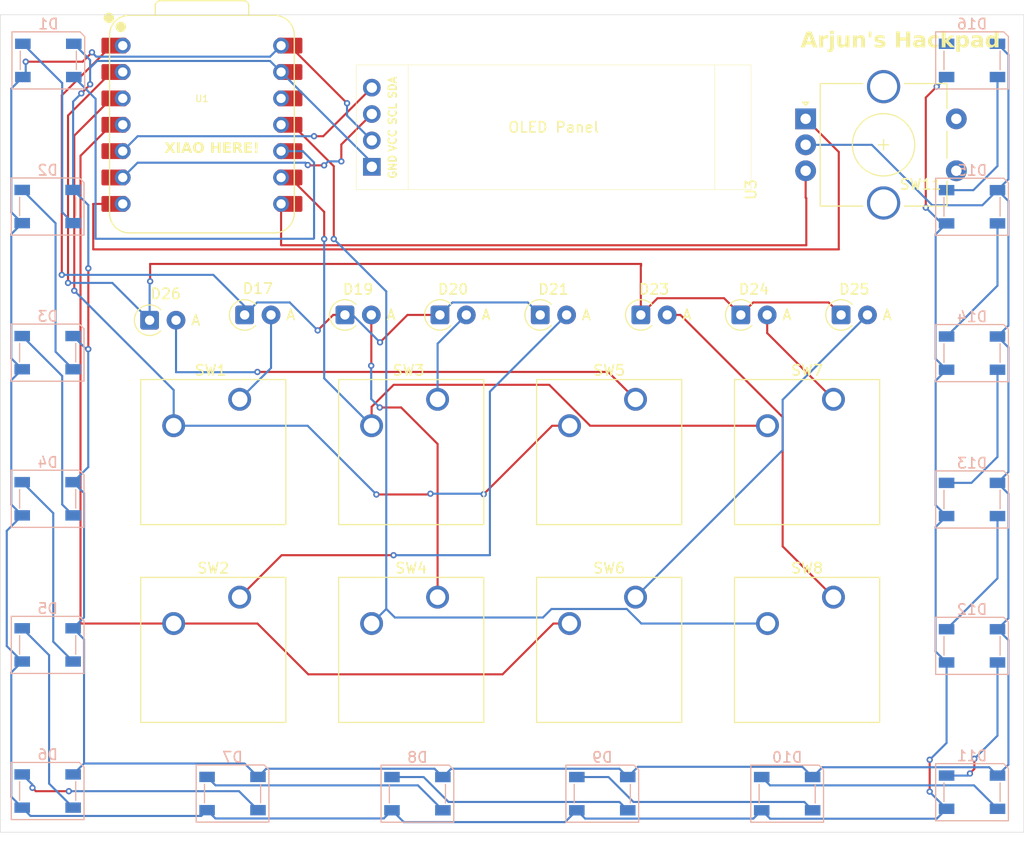
<source format=kicad_pcb>
(kicad_pcb (version 20241229) (generator "pcbnew") (generator_version "9.0")
  (layers (0 "F.Cu" signal) (2 "B.Cu" signal) (13 "F.Paste" user) (15 "B.Paste" user) (5 "F.SilkS" user "F.Silkscreen") (7 "B.SilkS" user "B.Silkscreen") (1 "F.Mask" user) (3 "B.Mask" user) (25 "Edge.Cuts" user))
  (net 0 "")
  (net 1 "GND")
  (net 2 "Net-(D1-DOUT)")
  (net 3 "Net-(D1-DIN)")
  (net 4 "+5V")
  (net 5 "Net-(D2-DOUT)")
  (net 6 "Net-(D3-DOUT)")
  (net 7 "Net-(D4-DOUT)")
  (net 8 "Net-(D5-DOUT)")
  (net 9 "Net-(D6-DOUT)")
  (net 10 "Net-(D7-DOUT)")
  (net 11 "Net-(D8-DOUT)")
  (net 12 "Net-(D10-DIN)")
  (net 13 "Net-(D10-DOUT)")
  (net 14 "Net-(D11-DOUT)")
  (net 15 "Net-(D12-DOUT)")
  (net 16 "Net-(D13-DOUT)")
  (net 17 "Net-(D14-DOUT)")
  (net 18 "Net-(D15-DOUT)")
  (net 20 "Net-(D17-A)")
  (net 21 "/ROW0")
  (net 22 "Net-(D19-A)")
  (net 23 "Net-(D20-A)")
  (net 24 "Net-(D21-A)")
  (net 25 "/ROW1")
  (net 26 "Net-(D23-A)")
  (net 27 "Net-(D24-A)")
  (net 28 "Net-(D25-A)")
  (net 29 "Net-(D26-A)")
  (net 30 "/COL0")
  (net 31 "/COL1")
  (net 32 "/COL2")
  (net 33 "/COL3")
  (net 35 "Net-(U1-GPIO1{slash}RX)")
  (net 37 "Net-(U1-GPIO0{slash}TX)")
  (net 38 "Net-(U1-GPIO6{slash}SDA)")
  (net 40 "Net-(U1-GPIO7{slash}SCL)")
  (footprint "Button_Switch_Keyboard:SW_Cherry_MX_1.00u_PCB" (layer "F.Cu") (at 175.641 108.839)
    (property "Reference" "SW5")
    (property "Value" "SW_Push")
  )
  (footprint "Button_Switch_Keyboard:SW_Cherry_MX_1.00u_PCB" (layer "F.Cu") (at 137.541 108.839)
    (property "Reference" "SW1")
    (property "Value" "SW_Push")
  )
  (footprint "Button_Switch_Keyboard:SW_Cherry_MX_1.00u_PCB" (layer "F.Cu") (at 156.591 108.839)
    (property "Reference" "SW3")
    (property "Value" "SW_Push")
  )
  (footprint "Button_Switch_Keyboard:SW_Cherry_MX_1.00u_PCB" (layer "F.Cu") (at 194.691 127.889)
    (property "Reference" "SW8")
    (property "Value" "SW_Push")
  )
  (footprint "Diode_THT:D_A-405_P2.54mm_Vertical_AnodeUp" (layer "F.Cu") (at 138.02 100.711)
    (property "Reference" "D17")
    (property "Value" "1N4148")
  )
  (footprint "Button_Switch_Keyboard:SW_Cherry_MX_1.00u_PCB" (layer "F.Cu") (at 156.591 127.889)
    (property "Reference" "SW4")
    (property "Value" "SW_Push")
  )
  (footprint "Button_Switch_Keyboard:SW_Cherry_MX_1.00u_PCB" (layer "F.Cu") (at 137.541 127.889)
    (property "Reference" "SW2")
    (property "Value" "SW_Push")
  )
  (footprint "Rotary Encoder Lib:RotaryEncoder_Alps_EC11E-Switch_Vertical_H20mm_CircularMountingHoles" (layer "F.Cu") (at 192.013 81.828)
    (property "Reference" "SW11")
    (property "Value" "RotaryEncoder_Switch")
  )
  (footprint "Button_Switch_Keyboard:SW_Cherry_MX_1.00u_PCB" (layer "F.Cu") (at 175.641 127.889)
    (property "Reference" "SW6")
    (property "Value" "SW_Push")
  )
  (footprint "Diode_THT:D_A-405_P2.54mm_Vertical_AnodeUp" (layer "F.Cu") (at 156.816 100.711)
    (property "Reference" "D20")
    (property "Value" "1N4148")
  )
  (footprint "Diode_THT:D_A-405_P2.54mm_Vertical_AnodeUp" (layer "F.Cu") (at 195.424 100.711)
    (property "Reference" "D25")
    (property "Value" "1N4148")
  )
  (footprint "Diode_THT:D_A-405_P2.54mm_Vertical_AnodeUp" (layer "F.Cu") (at 147.672 100.711)
    (property "Reference" "D19")
    (property "Value" "1N4148")
  )
  (footprint "OLED Lib:SSD1306-0.91-OLED-4pin-128x32" (layer "F.Cu") (at 186.76 88.635 180)
    (property "Reference" "U3")
    (property "Value" "~")
  )
  (footprint "Diode_THT:D_A-405_P2.54mm_Vertical_AnodeUp" (layer "F.Cu") (at 166.468 100.711)
    (property "Reference" "D21")
    (property "Value" "1N4148")
  )
  (footprint "Button_Switch_Keyboard:SW_Cherry_MX_1.00u_PCB" (layer "F.Cu") (at 194.691 108.839)
    (property "Reference" "SW7")
    (property "Value" "SW_Push")
  )
  (footprint "Diode_THT:D_A-405_P2.54mm_Vertical_AnodeUp" (layer "F.Cu") (at 128.876 101.219)
    (property "Reference" "D26")
    (property "Value" "1N4148")
  )
  (footprint "Diode_THT:D_A-405_P2.54mm_Vertical_AnodeUp" (layer "F.Cu") (at 176.149 100.711)
    (property "Reference" "D23")
    (property "Value" "1N4148")
  )
  (footprint "Diode_THT:D_A-405_P2.54mm_Vertical_AnodeUp" (layer "F.Cu") (at 185.772 100.711)
    (property "Reference" "D24")
    (property "Value" "1N4148")
  )
  (footprint "OPL Lib:XIAO-RP2040-DIP" (layer "F.Cu") (at 133.9088 82.3976)
    (property "Reference" "U1")
    (property "Value" "XIAO-RP2040-DIP")
  )
  (footprint "LED_SMD:LED_SK6812_PLCC4_5.0x5.0mm_P3.2mm" (layer "B.Cu") (at 208.026 76.2 180)
    (property "Reference" "D16")
    (property "Value" "SK6812")
  )
  (footprint "LED_SMD:LED_SK6812_PLCC4_5.0x5.0mm_P3.2mm" (layer "B.Cu") (at 154.6479 146.812 180)
    (property "Reference" "D8")
    (property "Value" "SK6812")
  )
  (footprint "LED_SMD:LED_SK6812_PLCC4_5.0x5.0mm_P3.2mm" (layer "B.Cu") (at 119.0625 146.558 180)
    (property "Reference" "D6")
    (property "Value" "SK6812")
  )
  (footprint "LED_SMD:LED_SK6812_PLCC4_5.0x5.0mm_P3.2mm" (layer "B.Cu") (at 208.026 118.4826 180)
    (property "Reference" "D13")
    (property "Value" "SK6812")
  )
  (footprint "LED_SMD:LED_SK6812_PLCC4_5.0x5.0mm_P3.2mm" (layer "B.Cu") (at 208.026 146.671 180)
    (property "Reference" "D11")
    (property "Value" "SK6812")
  )
  (footprint "LED_SMD:LED_SK6812_PLCC4_5.0x5.0mm_P3.2mm" (layer "B.Cu") (at 136.8552 146.8 180)
    (property "Reference" "D7")
    (property "Value" "SK6812")
  )
  (footprint "LED_SMD:LED_SK6812_PLCC4_5.0x5.0mm_P3.2mm" (layer "B.Cu") (at 119.0625 118.4148 180)
    (property "Reference" "D4")
    (property "Value" "SK6812" (hide yes))
  )
  (footprint "LED_SMD:LED_SK6812_PLCC4_5.0x5.0mm_P3.2mm" (layer "B.Cu") (at 190.2333 146.812 180)
    (property "Reference" "D10")
    (property "Value" "SK6812")
  )
  (footprint "LED_SMD:LED_SK6812_PLCC4_5.0x5.0mm_P3.2mm" (layer "B.Cu") (at 208.026 90.2942 180)
    (property "Reference" "D15")
    (property "Value" "SK6812")
  )
  (footprint "LED_SMD:LED_SK6812_PLCC4_5.0x5.0mm_P3.2mm" (layer "B.Cu") (at 172.4406 146.812 180)
    (property "Reference" "D9")
    (property "Value" "SK6812")
  )
  (footprint "LED_SMD:LED_SK6812_PLCC4_5.0x5.0mm_P3.2mm" (layer "B.Cu") (at 208.026 104.3884 180)
    (property "Reference" "D14")
    (property "Value" "SK6812")
  )
  (footprint "LED_SMD:LED_SK6812_PLCC4_5.0x5.0mm_P3.2mm" (layer "B.Cu") (at 119.0625 90.2716 180)
    (property "Reference" "D2")
    (property "Value" "SK6812")
  )
  (footprint "LED_SMD:LED_SK6812_PLCC4_5.0x5.0mm_P3.2mm" (layer "B.Cu") (at 119.0625 132.4864 180)
    (property "Reference" "D5")
    (property "Value" "SK6812")
  )
  (footprint "LED_SMD:LED_SK6812_PLCC4_5.0x5.0mm_P3.2mm" (layer "B.Cu") (at 119.126 76.2 180)
    (property "Reference" "D1")
    (property "Value" "SK6812")
  )
  (footprint "LED_SMD:LED_SK6812_PLCC4_5.0x5.0mm_P3.2mm" (layer "B.Cu") (at 208.026 132.5768 180)
    (property "Reference" "D12")
    (property "Value" "SK6812")
  )
  (footprint "LED_SMD:LED_SK6812_PLCC4_5.0x5.0mm_P3.2mm" (layer "B.Cu") (at 119.0625 104.3432 180)
    (property "Reference" "D3")
    (property "Value" "SK6812")
  )
  (gr_rect (start 114.5 71.80625) (end 213.0125 150.525) (stroke (width 0.05)) (fill no) (layer "Edge.Cuts"))
  (gr_text "XIAO HERE!" (at 130.3 85.275 0) (layer "F.SilkS") (effects (font (size 1 1) (thickness 0.1)) (justify left bottom)))
  (gr_text "Arjun's Hackpad" (at 191.525 75.2 0) (layer "F.SilkS") (effects (font (size 1.5 1.5) (thickness 0.1)) (justify left bottom)))
  (segment (start 122.975 104) (end 122.969235 104.005765) (width 0.2) (layer "F.Cu") (net 1))
  (segment (start 122.975 96.225) (end 122.975 104) (width 0.2) (layer "F.Cu") (net 1))
  (segment (start 123.15 78.53024) (end 122.303855 79.376385) (width 0.2) (layer "F.Cu") (net 1))
  (segment (start 123.15 78.5) (end 123.15 78.53024) (width 0.2) (layer "F.Cu") (net 1))
  (via (at 122.969235 104.005765) (size 0.6) (drill 0.3) (layers "F.Cu" "B.Cu") (net 1))
  (via (at 123.15 78.5) (size 0.6) (drill 0.3) (layers "F.Cu" "B.Cu") (net 1))
  (via (at 122.975 96.225) (size 0.6) (drill 0.3) (layers "F.Cu" "B.Cu") (net 1))
  (via (at 122.303855 79.376385) (size 0.6) (drill 0.3) (layers "F.Cu" "B.Cu") (net 1))
  (segment (start 122.969235 104.005765) (end 122.969235 115.358065) (width 0.2) (layer "B.Cu") (net 1))
  (segment (start 211.527 89.7452) (end 210.476 88.6942) (width 0.2) (layer "B.Cu") (net 1))
  (segment (start 192.6833 145.212) (end 193.6253 144.27) (width 0.2) (layer "B.Cu") (net 1))
  (segment (start 123.15 76.925) (end 123.15 78.5) (width 0.2) (layer "B.Cu") (net 1))
  (segment (start 150.26 86.445) (end 150.26 86.0488) (width 0.2) (layer "B.Cu") (net 1))
  (segment (start 209.0202 90.15) (end 210.476 88.6942) (width 0.2) (layer "B.Cu") (net 1))
  (segment (start 139.3052 145.2) (end 140.0942 144.411) (width 0.2) (layer "B.Cu") (net 1))
  (segment (start 121.576 74.6) (end 123.15 76.174) (width 0.2) (layer "B.Cu") (net 1))
  (segment (start 157.8989 144.411) (end 174.0896 144.411) (width 0.2) (layer "B.Cu") (net 1))
  (segment (start 122.975 90.1341) (end 122.975 96.225) (width 0.2) (layer "B.Cu") (net 1))
  (segment (start 193.6253 144.27) (end 209.675 144.27) (width 0.2) (layer "B.Cu") (net 1))
  (segment (start 211.527 132.0278) (end 210.476 130.9768) (width 0.2) (layer "B.Cu") (net 1))
  (segment (start 121.5125 80.16774) (end 121.5125 88.6716) (width 0.2) (layer "B.Cu") (net 1))
  (segment (start 211.527 75.651) (end 210.476 74.6) (width 0.2) (layer "B.Cu") (net 1))
  (segment (start 211.527 129.9258) (end 210.476 130.9768) (width 0.2) (layer "B.Cu") (net 1))
  (segment (start 211.527 117.9336) (end 211.527 129.9258) (width 0.2) (layer "B.Cu") (net 1))
  (segment (start 211.527 101.7374) (end 211.527 89.7452) (width 0.2) (layer "B.Cu") (net 1))
  (segment (start 209.675 144.27) (end 210.476 145.071) (width 0.2) (layer "B.Cu") (net 1))
  (segment (start 157.0979 145.212) (end 157.8989 144.411) (width 0.2) (layer "B.Cu") (net 1))
  (segment (start 140.4658 76.2546) (end 123.8204 76.2546) (width 0.2) (layer "B.Cu") (net 1))
  (segment (start 122.5635 143.907) (end 121.5125 144.958) (width 0.2) (layer "B.Cu") (net 1))
  (segment (start 150.26 86.0488) (end 141.5288 77.3176) (width 0.2) (layer "B.Cu") (net 1))
  (segment (start 140.0942 144.411) (end 156.2969 144.411) (width 0.2) (layer "B.Cu") (net 1))
  (segment (start 211.527 144.02) (end 211.527 132.0278) (width 0.2) (layer "B.Cu") (net 1))
  (segment (start 123.8204 76.2546) (end 123.15 76.925) (width 0.2) (layer "B.Cu") (net 1))
  (segment (start 122.5635 129.8354) (end 121.5125 130.8864) (width 0.2) (layer "B.Cu") (net 1))
  (segment (start 210.476 116.8826) (end 211.527 117.9336) (width 0.2) (layer "B.Cu") (net 1))
  (segment (start 175.8776 144.225) (end 191.6963 144.225) (width 0.2) (layer "B.Cu") (net 1))
  (segment (start 121.5125 116.8148) (end 122.5635 117.8658) (width 0.2) (layer "B.Cu") (net 1))
  (segment (start 174.8906 145.212) (end 175.8776 144.225) (width 0.2) (layer "B.Cu") (net 1))
  (segment (start 211.527 87.6432) (end 211.527 75.651) (width 0.2) (layer "B.Cu") (net 1))
  (segment (start 192.013 84.328) (end 198.378 84.328) (width 0.2) (layer "B.Cu") (net 1))
  (segment (start 122.969235 115.358065) (end 121.5125 116.8148) (width 0.2) (layer "B.Cu") (net 1))
  (segment (start 121.5125 130.8864) (end 122.5635 131.9374) (width 0.2) (layer "B.Cu") (net 1))
  (segment (start 211.527 115.8316) (end 210.476 116.8826) (width 0.2) (layer "B.Cu") (net 1))
  (segment (start 122.5635 117.8658) (end 122.5635 129.8354) (width 0.2) (layer "B.Cu") (net 1))
  (segment (start 123.15 76.174) (end 123.15 76.925) (width 0.2) (layer "B.Cu") (net 1))
  (segment (start 122.5635 131.9374) (end 122.5635 143.907) (width 0.2) (layer "B.Cu") (net 1))
  (segment (start 141.5288 77.3176) (end 140.4658 76.2546) (width 0.2) (layer "B.Cu") (net 1))
  (segment (start 122.303855 79.376385) (end 121.5125 80.16774) (width 0.2) (layer "B.Cu") (net 1))
  (segment (start 138.0122 143.907) (end 139.3052 145.2) (width 0.2) (layer "B.Cu") (net 1))
  (segment (start 210.476 145.071) (end 211.527 144.02) (width 0.2) (layer "B.Cu") (net 1))
  (segment (start 211.527 103.8394) (end 211.527 115.8316) (width 0.2) (layer "B.Cu") (net 1))
  (segment (start 210.476 102.7884) (end 211.527 103.8394) (width 0.2) (layer "B.Cu") (net 1))
  (segment (start 122.5635 143.907) (end 138.0122 143.907) (width 0.2) (layer "B.Cu") (net 1))
  (segment (start 210.476 88.6942) (end 211.527 87.6432) (width 0.2) (layer "B.Cu") (net 1))
  (segment (start 210.476 102.7884) (end 211.527 101.7374) (width 0.2) (layer "B.Cu") (net 1))
  (segment (start 121.5125 88.6716) (end 122.975 90.1341) (width 0.2) (layer "B.Cu") (net 1))
  (segment (start 122.969235 104.005765) (end 122.775065 104.005765) (width 0.2) (layer "B.Cu") (net 1))
  (segment (start 198.378 84.328) (end 204.2 90.15) (width 0.2) (layer "B.Cu") (net 1))
  (segment (start 204.2 90.15) (end 209.0202 90.15) (width 0.2) (layer "B.Cu") (net 1))
  (segment (start 174.0896 144.411) (end 174.8906 145.212) (width 0.2) (layer "B.Cu") (net 1))
  (segment (start 122.775065 104.005765) (end 121.5125 102.7432) (width 0.2) (layer "B.Cu") (net 1))
  (segment (start 191.6963 144.225) (end 192.6833 145.212) (width 0.2) (layer "B.Cu") (net 1))
  (segment (start 156.2969 144.411) (end 157.0979 145.212) (width 0.2) (layer "B.Cu") (net 1))
  (segment (start 120.4615 90.8206) (end 121.5125 91.8716) (width 0.2) (layer "B.Cu") (net 2))
  (segment (start 116.676 74.6) (end 120.4615 78.3855) (width 0.2) (layer "B.Cu") (net 2))
  (segment (start 120.4615 78.3855) (end 120.4615 90.8206) (width 0.2) (layer "B.Cu") (net 2))
  (segment (start 123.675 79.899) (end 123.675 93.375) (width 0.2) (layer "B.Cu") (net 3))
  (segment (start 144.701 93.324) (end 144.701 86.026057) (width 0.2) (layer "B.Cu") (net 3))
  (segment (start 121.576 77.8) (end 123.675 79.899) (width 0.2) (layer "B.Cu") (net 3))
  (segment (start 123.675 93.375) (end 144.65 93.375) (width 0.2) (layer "B.Cu") (net 3))
  (segment (start 143.612543 84.9376) (end 141.5288 84.9376) (width 0.2) (layer "B.Cu") (net 3))
  (segment (start 144.65 93.375) (end 144.701 93.324) (width 0.2) (layer "B.Cu") (net 3))
  (segment (start 144.701 86.026057) (end 143.612543 84.9376) (width 0.2) (layer "B.Cu") (net 3))
  (segment (start 203.95 146.613) (end 203.95 143.55) (width 0.2) (layer "F.Cu") (net 4))
  (segment (start 142.3276 74.7776) (end 147.875 80.325) (width 0.2) (layer "F.Cu") (net 4))
  (segment (start 123.325 75.425) (end 122.425 76.325) (width 0.2) (layer "F.Cu") (net 4))
  (segment (start 203.575735 79.774265) (end 204.625 78.725) (width 0.2) (layer "F.Cu") (net 4))
  (segment (start 122.425 76.325) (end 116.95 76.325) (width 0.2) (layer "F.Cu") (net 4))
  (segment (start 203.575735 90.374265) (end 203.575735 79.774265) (width 0.2) (layer "F.Cu") (net 4))
  (segment (start 141.5288 74.7776) (end 142.3276 74.7776) (width 0.2) (layer "F.Cu") (net 4))
  (via (at 116.95 76.325) (size 0.6) (drill 0.3) (layers "F.Cu" "B.Cu") (net 4))
  (via (at 123.325 75.425) (size 0.6) (drill 0.3) (layers "F.Cu" "B.Cu") (net 4))
  (via (at 203.575735 90.374265) (size 0.6) (drill 0.3) (layers "F.Cu" "B.Cu") (net 4))
  (via (at 203.95 143.55) (size 0.6) (drill 0.3) (layers "F.Cu" "B.Cu") (net 4))
  (via (at 204.625 78.725) (size 0.6) (drill 0.3) (layers "F.Cu" "B.Cu") (net 4))
  (via (at 147.875 80.325) (size 0.6) (drill 0.3) (layers "F.Cu" "B.Cu") (net 4))
  (via (at 203.95 146.613) (size 0.6) (drill 0.3) (layers "F.Cu" "B.Cu") (net 4))
  (segment (start 115.5615 104.8922) (end 116.6125 105.9432) (width 0.2) (layer "B.Cu") (net 4))
  (segment (start 116.95 77.526) (end 116.676 77.8) (width 0.2) (layer "B.Cu") (net 4))
  (segment (start 204.625 78.725) (end 204.651 78.725) (width 0.2) (layer "B.Cu") (net 4))
  (segment (start 151.4089 149.201) (end 152.1979 148.412) (width 0.2) (layer "B.Cu") (net 4))
  (segment (start 147.875 81.52) (end 150.26 83.905) (width 0.2) (layer "B.Cu") (net 4))
  (segment (start 147.875 80.325) (end 147.875 81.52) (width 0.2) (layer "B.Cu") (net 4))
  (segment (start 205.576 141.924) (end 205.576 134.1768) (width 0.2) (layer "B.Cu") (net 4))
  (segment (start 115.5615 118.9638) (end 116.6125 120.0148) (width 0.2) (layer "B.Cu") (net 4))
  (segment (start 169.9906 148.412) (end 170.7916 149.213) (width 0.2) (layer "B.Cu") (net 4))
  (segment (start 116.6125 105.9432) (end 115.5615 106.9942) (width 0.2) (layer "B.Cu") (net 4))
  (segment (start 153.3359 149.55) (end 168.8526 149.55) (width 0.2) (layer "B.Cu") (net 4))
  (segment (start 204.525 107.0394) (end 205.576 105.9884) (width 0.2) (layer "B.Cu") (net 4))
  (segment (start 115.5615 90.8206) (end 116.6125 91.8716) (width 0.2) (layer "B.Cu") (net 4))
  (segment (start 141.5288 74.7776) (end 140.4658 75.8406) (width 0.2) (layer "B.Cu") (net 4))
  (segment (start 115.125 132.5989) (end 116.6125 134.0864) (width 0.2) (layer "B.Cu") (net 4))
  (segment (start 123.7406 75.8406) (end 123.325 75.425) (width 0.2) (layer "B.Cu") (net 4))
  (segment (start 205.576 148.271) (end 203.95 146.645) (width 0.2) (layer "B.Cu") (net 4))
  (segment (start 116.6125 91.8716) (end 115.5615 92.9226) (width 0.2) (layer "B.Cu") (net 4))
  (segment (start 205.576 120.0826) (end 204.525 119.0316) (width 0.2) (layer "B.Cu") (net 4))
  (segment (start 116.676 77.8) (end 115.5615 78.9145) (width 0.2) (layer "B.Cu") (net 4))
  (segment (start 117.4135 148.959) (end 133.8462 148.959) (width 0.2) (layer "B.Cu") (net 4))
  (segment (start 116.6125 148.158) (end 117.4135 148.959) (width 0.2) (layer "B.Cu") (net 4))
  (segment (start 204.622 149.225) (end 205.576 148.271) (width 0.2) (layer "B.Cu") (net 4))
  (segment (start 135.2062 149.201) (end 151.4089 149.201) (width 0.2) (layer "B.Cu") (net 4))
  (segment (start 116.6125 134.0864) (end 115.5615 135.1374) (width 0.2) (layer "B.Cu") (net 4))
  (segment (start 204.525 119.0316) (end 204.525 107.0394) (width 0.2) (layer "B.Cu") (net 4))
  (segment (start 205.09567 91.8942) (end 203.575735 90.374265) (width 0.2) (layer "B.Cu") (net 4))
  (segment (start 115.125 121.5023) (end 115.125 132.5989) (width 0.2) (layer "B.Cu") (net 4))
  (segment (start 115.5615 92.9226) (end 115.5615 104.8922) (width 0.2) (layer "B.Cu") (net 4))
  (segment (start 116.95 76.325) (end 116.95 77.526) (width 0.2) (layer "B.Cu") (net 4))
  (segment (start 152.1979 148.412) (end 153.3359 149.55) (width 0.2) (layer "B.Cu") (net 4))
  (segment (start 203.95 146.645) (end 203.95 146.613) (width 0.2) (layer "B.Cu") (net 4))
  (segment (start 140.4658 75.8406) (end 123.7406 75.8406) (width 0.2) (layer "B.Cu") (net 4))
  (segment (start 204.525 121.1336) (end 205.576 120.0826) (width 0.2) (layer "B.Cu") (net 4))
  (segment (start 186.9823 149.213) (end 187.7833 148.412) (width 0.2) (layer "B.Cu") (net 4))
  (segment (start 205.576 91.8942) (end 205.09567 91.8942) (width 0.2) (layer "B.Cu") (net 4))
  (segment (start 204.651 78.725) (end 205.576 77.8) (width 0.2) (layer "B.Cu") (net 4))
  (segment (start 204.525 92.9452) (end 205.576 91.8942) (width 0.2) (layer "B.Cu") (net 4))
  (segment (start 204.525 104.9374) (end 204.525 92.9452) (width 0.2) (layer "B.Cu") (net 4))
  (segment (start 168.8526 149.55) (end 169.9906 148.412) (width 0.2) (layer "B.Cu") (net 4))
  (segment (start 204.525 133.1258) (end 204.525 121.1336) (width 0.2) (layer "B.Cu") (net 4))
  (segment (start 115.5615 106.9942) (end 115.5615 118.9638) (width 0.2) (layer "B.Cu") (net 4))
  (segment (start 205.576 105.9884) (end 204.525 104.9374) (width 0.2) (layer "B.Cu") (net 4))
  (segment (start 115.5615 135.1374) (end 115.5615 147.107) (width 0.2) (layer "B.Cu") (net 4))
  (segment (start 134.4052 148.4) (end 135.2062 149.201) (width 0.2) (layer "B.Cu") (net 4))
  (segment (start 203.95 143.55) (end 205.576 141.924) (width 0.2) (layer "B.Cu") (net 4))
  (segment (start 115.5615 147.107) (end 116.6125 148.158) (width 0.2) (layer "B.Cu") (net 4))
  (segment (start 188.5963 149.225) (end 204.622 149.225) (width 0.2) (layer "B.Cu") (net 4))
  (segment (start 116.6125 120.0148) (end 115.125 121.5023) (width 0.2) (layer "B.Cu") (net 4))
  (segment (start 133.8462 148.959) (end 134.4052 148.4) (width 0.2) (layer "B.Cu") (net 4))
  (segment (start 115.5615 78.9145) (end 115.5615 90.8206) (width 0.2) (layer "B.Cu") (net 4))
  (segment (start 187.7833 148.412) (end 188.5963 149.225) (width 0.2) (layer "B.Cu") (net 4))
  (segment (start 170.7916 149.213) (end 186.9823 149.213) (width 0.2) (layer "B.Cu") (net 4))
  (segment (start 205.576 134.1768) (end 204.525 133.1258) (width 0.2) (layer "B.Cu") (net 4))
  (segment (start 116.6125 88.6716) (end 119.822 91.8811) (width 0.2) (layer "B.Cu") (net 5))
  (segment (start 119.822 104.2527) (end 121.5125 105.9432) (width 0.2) (layer "B.Cu") (net 5))
  (segment (start 119.822 91.8811) (end 119.822 104.2527) (width 0.2) (layer "B.Cu") (net 5))
  (segment (start 116.6125 102.7432) (end 120.4615 106.5922) (width 0.2) (layer "B.Cu") (net 6))
  (segment (start 120.4615 118.9638) (end 121.5125 120.0148) (width 0.2) (layer "B.Cu") (net 6))
  (segment (start 120.4615 106.5922) (end 120.4615 118.9638) (width 0.2) (layer "B.Cu") (net 6))
  (segment (start 116.6125 116.8148) (end 119.6 119.8023) (width 0.2) (layer "B.Cu") (net 7))
  (segment (start 119.6 132.1739) (end 121.5125 134.0864) (width 0.2) (layer "B.Cu") (net 7))
  (segment (start 119.6 119.8023) (end 119.6 132.1739) (width 0.2) (layer "B.Cu") (net 7))
  (segment (start 119.2 133.4739) (end 116.6125 130.8864) (width 0.2) (layer "B.Cu") (net 8))
  (segment (start 121.5125 148.158) (end 119.2 145.8455) (width 0.2) (layer "B.Cu") (net 8))
  (segment (start 119.2 145.8455) (end 119.2 133.4739) (width 0.2) (layer "B.Cu") (net 8))
  (segment (start 117.925 146.575) (end 117.6 146.25) (width 0.2) (layer "F.Cu") (net 9))
  (segment (start 121.1 146.575) (end 117.925 146.575) (width 0.2) (layer "F.Cu") (net 9))
  (via (at 117.6 146.25) (size 0.6) (drill 0.3) (layers "F.Cu" "B.Cu") (net 9))
  (via (at 121.1 146.575) (size 0.6) (drill 0.3) (layers "F.Cu" "B.Cu") (net 9))
  (segment (start 117.6 146.25) (end 117.6 145.9455) (width 0.2) (layer "B.Cu") (net 9))
  (segment (start 139.3052 148.4) (end 137.4802 146.575) (width 0.2) (layer "B.Cu") (net 9))
  (segment (start 117.6 145.9455) (end 116.6125 144.958) (width 0.2) (layer "B.Cu") (net 9))
  (segment (start 137.4802 146.575) (end 121.1 146.575) (width 0.2) (layer "B.Cu") (net 9))
  (segment (start 135.2182 146.013) (end 154.6989 146.013) (width 0.2) (layer "B.Cu") (net 10))
  (segment (start 154.6989 146.013) (end 157.0979 148.412) (width 0.2) (layer "B.Cu") (net 10))
  (segment (start 134.4052 145.2) (end 135.2182 146.013) (width 0.2) (layer "B.Cu") (net 10))
  (segment (start 155.2459 145.212) (end 157.6449 147.611) (width 0.2) (layer "B.Cu") (net 11))
  (segment (start 157.6449 147.611) (end 174.0896 147.611) (width 0.2) (layer "B.Cu") (net 11))
  (segment (start 174.0896 147.611) (end 174.8906 148.412) (width 0.2) (layer "B.Cu") (net 11))
  (segment (start 152.1979 145.212) (end 155.2459 145.212) (width 0.2) (layer "B.Cu") (net 11))
  (segment (start 175.4376 147.611) (end 191.8823 147.611) (width 0.2) (layer "B.Cu") (net 12))
  (segment (start 173.0386 145.212) (end 175.4376 147.611) (width 0.2) (layer "B.Cu") (net 12))
  (segment (start 169.9906 145.212) (end 173.0386 145.212) (width 0.2) (layer "B.Cu") (net 12))
  (segment (start 191.8823 147.611) (end 192.6833 148.412) (width 0.2) (layer "B.Cu") (net 12))
  (segment (start 187.7833 145.212) (end 188.5843 146.013) (width 0.2) (layer "B.Cu") (net 13))
  (segment (start 208.218 146.013) (end 210.476 148.271) (width 0.2) (layer "B.Cu") (net 13))
  (segment (start 188.5843 146.013) (end 208.218 146.013) (width 0.2) (layer "B.Cu") (net 13))
  (segment (start 208.25 144.425) (end 207.825 144.85) (width 0.2) (layer "F.Cu") (net 14))
  (segment (start 208.25 143.45) (end 208.25 144.425) (width 0.2) (layer "F.Cu") (net 14))
  (segment (start 207.825 144.85) (end 207.825 144.87) (width 0.2) (layer "F.Cu") (net 14))
  (via (at 207.825 144.87) (size 0.6) (drill 0.3) (layers "F.Cu" "B.Cu") (net 14))
  (via (at 208.25 143.45) (size 0.6) (drill 0.3) (layers "F.Cu" "B.Cu") (net 14))
  (segment (start 210.476 141.224) (end 208.25 143.45) (width 0.2) (layer "B.Cu") (net 14))
  (segment (start 207.825 144.87) (end 207.624 145.071) (width 0.2) (layer "B.Cu") (net 14))
  (segment (start 210.476 134.1768) (end 210.476 141.224) (width 0.2) (layer "B.Cu") (net 14))
  (segment (start 207.624 145.071) (end 205.576 145.071) (width 0.2) (layer "B.Cu") (net 14))
  (segment (start 210.476 120.0826) (end 210.476 126.0768) (width 0.2) (layer "B.Cu") (net 15))
  (segment (start 210.476 126.0768) (end 205.576 130.9768) (width 0.2) (layer "B.Cu") (net 15))
  (segment (start 210.476 114.374) (end 210.476 105.9884) (width 0.2) (layer "B.Cu") (net 16))
  (segment (start 205.576 116.8826) (end 207.9674 116.8826) (width 0.2) (layer "B.Cu") (net 16))
  (segment (start 207.9674 116.8826) (end 210.476 114.374) (width 0.2) (layer "B.Cu") (net 16))
  (segment (start 210.476 97.8884) (end 205.576 102.7884) (width 0.2) (layer "B.Cu") (net 17))
  (segment (start 210.476 91.8942) (end 210.476 97.8884) (width 0.2) (layer "B.Cu") (net 17))
  (segment (start 208.1558 88.6942) (end 205.576 88.6942) (width 0.2) (layer "B.Cu") (net 18))
  (segment (start 210.476 77.8) (end 210.476 86.374) (width 0.2) (layer "B.Cu") (net 18))
  (segment (start 210.476 86.374) (end 208.1558 88.6942) (width 0.2) (layer "B.Cu") (net 18))
  (segment (start 140.56 100.711) (end 140.56 105.82) (width 0.2) (layer "B.Cu") (net 20))
  (segment (start 140.56 105.82) (end 137.541 108.839) (width 0.2) (layer "B.Cu") (net 20))
  (segment (start 125.21117 74.7776) (end 120.423 79.56577) (width 0.2) (layer "F.Cu") (net 21))
  (segment (start 146.539 100.711) (end 147.672 100.711) (width 0.2) (layer "F.Cu") (net 21))
  (segment (start 151.05 103.35) (end 153.689 100.711) (width 0.2) (layer "F.Cu") (net 21))
  (segment (start 145.05 102.2) (end 146.539 100.711) (width 0.2) (layer "F.Cu") (net 21))
  (segment (start 126.2888 74.7776) (end 125.21117 74.7776) (width 0.2) (layer "F.Cu") (net 21))
  (segment (start 120.423 79.56577) (end 120.423 96.85) (width 0.2) (layer "F.Cu") (net 21))
  (segment (start 153.689 100.711) (end 156.816 100.711) (width 0.2) (layer "F.Cu") (net 21))
  (via (at 120.423 96.85) (size 0.6) (drill 0.3) (layers "F.Cu" "B.Cu") (net 21))
  (via (at 145.05 102.2) (size 0.6) (drill 0.3) (layers "F.Cu" "B.Cu") (net 21))
  (via (at 151.05 103.35) (size 0.6) (drill 0.3) (layers "F.Cu" "B.Cu") (net 21))
  (segment (start 142.36 99.51) (end 145.05 102.2) (width 0.2) (layer "B.Cu") (net 21))
  (segment (start 138.02 99.869471) (end 138.02 100.711) (width 0.2) (layer "B.Cu") (net 21))
  (segment (start 158.017 99.51) (end 165.267 99.51) (width 0.2) (layer "B.Cu") (net 21))
  (segment (start 138.02 100.711) (end 139.221 99.51) (width 0.2) (layer "B.Cu") (net 21))
  (segment (start 148.411 100.711) (end 151.05 103.35) (width 0.2) (layer "B.Cu") (net 21))
  (segment (start 139.221 99.51) (end 142.36 99.51) (width 0.2) (layer "B.Cu") (net 21))
  (segment (start 165.267 99.51) (end 166.468 100.711) (width 0.2) (layer "B.Cu") (net 21))
  (segment (start 156.816 100.711) (end 158.017 99.51) (width 0.2) (layer "B.Cu") (net 21))
  (segment (start 135.000529 96.85) (end 138.02 99.869471) (width 0.2) (layer "B.Cu") (net 21))
  (segment (start 120.423 96.85) (end 135.000529 96.85) (width 0.2) (layer "B.Cu") (net 21))
  (segment (start 147.672 100.711) (end 148.411 100.711) (width 0.2) (layer "B.Cu") (net 21))
  (segment (start 150.212 105.588) (end 150.2 105.6) (width 0.2) (layer "F.Cu") (net 22))
  (segment (start 151.025 109.625) (end 153.081816 109.625) (width 0.2) (layer "F.Cu") (net 22))
  (segment (start 150.212 100.711) (end 150.212 105.588) (width 0.2) (layer "F.Cu") (net 22))
  (segment (start 153.081816 109.625) (end 156.591 113.134184) (width 0.2) (layer "F.Cu") (net 22))
  (segment (start 156.591 113.134184) (end 156.591 127.889) (width 0.2) (layer "F.Cu") (net 22))
  (via (at 151.025 109.625) (size 0.6) (drill 0.3) (layers "F.Cu" "B.Cu") (net 22))
  (via (at 150.2 105.6) (size 0.6) (drill 0.3) (layers "F.Cu" "B.Cu") (net 22))
  (segment (start 150.2 105.6) (end 150.2 108.8) (width 0.2) (layer "B.Cu") (net 22))
  (segment (start 150.2 108.8) (end 151.025 109.625) (width 0.2) (layer "B.Cu") (net 22))
  (segment (start 156.591 103.476) (end 156.591 108.839) (width 0.2) (layer "B.Cu") (net 23))
  (segment (start 159.356 100.711) (end 156.591 103.476) (width 0.2) (layer "B.Cu") (net 23))
  (segment (start 141.58 123.85) (end 137.541 127.889) (width 0.2) (layer "F.Cu") (net 24))
  (segment (start 152.35 123.85) (end 141.58 123.85) (width 0.2) (layer "F.Cu") (net 24))
  (via (at 152.35 123.85) (size 0.6) (drill 0.3) (layers "F.Cu" "B.Cu") (net 24))
  (segment (start 169.008 100.711) (end 161.625 108.094) (width 0.2) (layer "B.Cu") (net 24))
  (segment (start 161.625 123.85) (end 152.35 123.85) (width 0.2) (layer "B.Cu") (net 24))
  (segment (start 161.625 108.094) (end 161.625 123.85) (width 0.2) (layer "B.Cu") (net 24))
  (segment (start 184.161 99.1) (end 185.772 100.711) (width 0.2) (layer "F.Cu") (net 25))
  (segment (start 128.925 95.801) (end 176.175 95.801) (width 0.2) (layer "F.Cu") (net 25))
  (segment (start 185.772 100.711) (end 186.973 99.51) (width 0.2) (layer "F.Cu") (net 25))
  (segment (start 186.973 99.51) (end 194.223 99.51) (width 0.2) (layer "F.Cu") (net 25))
  (segment (start 121.023 81.50577) (end 121.023 97.625) (width 0.2) (layer "F.Cu") (net 25))
  (segment (start 176.149 100.711) (end 177.76 99.1) (width 0.2) (layer "F.Cu") (net 25))
  (segment (start 177.76 99.1) (end 184.161 99.1) (width 0.2) (layer "F.Cu") (net 25))
  (segment (start 176.175 95.801) (end 176.175 95.975) (width 0.2) (layer "F.Cu") (net 25))
  (segment (start 125.21117 77.3176) (end 121.023 81.50577) (width 0.2) (layer "F.Cu") (net 25))
  (segment (start 128.925 97.475) (end 128.925 95.801) (width 0.2) (layer "F.Cu") (net 25))
  (segment (start 176.149 96.001) (end 176.149 100.711) (width 0.2) (layer "F.Cu") (net 25))
  (segment (start 126.2888 77.3176) (end 125.21117 77.3176) (width 0.2) (layer "F.Cu") (net 25))
  (segment (start 194.223 99.51) (end 195.424 100.711) (width 0.2) (layer "F.Cu") (net 25))
  (segment (start 176.175 95.975) (end 176.149 96.001) (width 0.2) (layer "F.Cu") (net 25))
  (via (at 128.925 97.475) (size 0.6) (drill 0.3) (layers "F.Cu" "B.Cu") (net 25))
  (via (at 121.023 97.625) (size 0.6) (drill 0.3) (layers "F.Cu" "B.Cu") (net 25))
  (segment (start 125.282 97.625) (end 128.876 101.219) (width 0.2) (layer "B.Cu") (net 25))
  (segment (start 121.023 97.625) (end 125.282 97.625) (width 0.2) (layer "B.Cu") (net 25))
  (segment (start 128.876 101.219) (end 128.876 97.524) (width 0.2) (layer "B.Cu") (net 25))
  (segment (start 128.876 97.524) (end 128.925 97.475) (width 0.2) (layer "B.Cu") (net 25))
  (segment (start 189.8 110.549208) (end 189.8 122.998) (width 0.2) (layer "F.Cu") (net 26))
  (segment (start 178.689 100.711) (end 179.961792 100.711) (width 0.2) (layer "F.Cu") (net 26))
  (segment (start 179.961792 100.711) (end 189.8 110.549208) (width 0.2) (layer "F.Cu") (net 26))
  (segment (start 189.8 122.998) (end 194.691 127.889) (width 0.2) (layer "F.Cu") (net 26))
  (segment (start 188.312 100.711) (end 188.312 102.46) (width 0.2) (layer "F.Cu") (net 27))
  (segment (start 188.312 102.46) (end 194.691 108.839) (width 0.2) (layer "F.Cu") (net 27))
  (segment (start 197.964 100.711) (end 189.8 108.875) (width 0.2) (layer "B.Cu") (net 28))
  (segment (start 189.8 113.73) (end 175.641 127.889) (width 0.2) (layer "B.Cu") (net 28))
  (segment (start 189.8 108.875) (end 189.8 113.73) (width 0.2) (layer "B.Cu") (net 28))
  (segment (start 173.002 106.2) (end 175.641 108.839) (width 0.2) (layer "F.Cu") (net 29))
  (segment (start 139.25 106.2) (end 173.002 106.2) (width 0.2) (layer "F.Cu") (net 29))
  (via (at 139.25 106.2) (size 0.6) (drill 0.3) (layers "F.Cu" "B.Cu") (net 29))
  (segment (start 131.416 106.216) (end 131.425 106.225) (width 0.2) (layer "B.Cu") (net 29))
  (segment (start 139.225 106.225) (end 139.25 106.2) (width 0.2) (layer "B.Cu") (net 29))
  (segment (start 131.416 101.219) (end 131.416 106.216) (width 0.2) (layer "B.Cu") (net 29))
  (segment (start 131.425 106.225) (end 139.225 106.225) (width 0.2) (layer "B.Cu") (net 29))
  (segment (start 121.623 83.44577) (end 121.623 98.375) (width 0.2) (layer "F.Cu") (net 30))
  (segment (start 155.825 118) (end 155.9 117.925) (width 0.2) (layer "F.Cu") (net 30))
  (segment (start 150.7 118) (end 155.825 118) (width 0.2) (layer "F.Cu") (net 30))
  (segment (start 167.621 111.379) (end 169.291 111.379) (width 0.2) (layer "F.Cu") (net 30))
  (segment (start 126.2888 79.8576) (end 125.21117 79.8576) (width 0.2) (layer "F.Cu") (net 30))
  (segment (start 161.025 117.975) (end 167.621 111.379) (width 0.2) (layer "F.Cu") (net 30))
  (segment (start 125.21117 79.8576) (end 121.623 83.44577) (width 0.2) (layer "F.Cu") (net 30))
  (via (at 161.025 117.975) (size 0.6) (drill 0.3) (layers "F.Cu" "B.Cu") (net 30))
  (via (at 150.7 118) (size 0.6) (drill 0.3) (layers "F.Cu" "B.Cu") (net 30))
  (via (at 155.9 117.925) (size 0.6) (drill 0.3) (layers "F.Cu" "B.Cu") (net 30))
  (via (at 121.623 98.375) (size 0.6) (drill 0.3) (layers "F.Cu" "B.Cu") (net 30))
  (segment (start 155.9 117.925) (end 160.975 117.925) (width 0.2) (layer "B.Cu") (net 30))
  (segment (start 160.975 117.925) (end 161.025 117.975) (width 0.2) (layer "B.Cu") (net 30))
  (segment (start 144.079 111.379) (end 150.7 118) (width 0.2) (layer "B.Cu") (net 30))
  (segment (start 131.191 111.379) (end 144.079 111.379) (width 0.2) (layer "B.Cu") (net 30))
  (segment (start 121.623 98.375) (end 131.191 107.943) (width 0.2) (layer "B.Cu") (net 30))
  (segment (start 131.191 107.943) (end 131.191 111.379) (width 0.2) (layer "B.Cu") (net 30))
  (segment (start 144.145 135.32) (end 162.844366 135.32) (width 0.2) (layer "F.Cu") (net 31))
  (segment (start 162.844366 135.32) (end 167.735366 130.429) (width 0.2) (layer "F.Cu") (net 31))
  (segment (start 167.735366 130.429) (end 169.291 130.429) (width 0.2) (layer "F.Cu") (net 31))
  (segment (start 122.223 85.38577) (end 122.223 130.423) (width 0.2) (layer "F.Cu") (net 31))
  (segment (start 126.2888 82.3976) (end 125.21117 82.3976) (width 0.2) (layer "F.Cu") (net 31))
  (segment (start 125.21117 82.3976) (end 122.223 85.38577) (width 0.2) (layer "F.Cu") (net 31))
  (segment (start 122.223 130.423) (end 122.229 130.429) (width 0.2) (layer "F.Cu") (net 31))
  (segment (start 139.254 130.429) (end 144.145 135.32) (width 0.2) (layer "F.Cu") (net 31))
  (segment (start 131.191 130.429) (end 139.254 130.429) (width 0.2) (layer "F.Cu") (net 31))
  (segment (start 122.229 130.429) (end 131.191 130.429) (width 0.2) (layer "F.Cu") (net 31))
  (segment (start 171.272314 111.379) (end 167.331314 107.438) (width 0.2) (layer "F.Cu") (net 32))
  (segment (start 152.362057 107.438) (end 150.241 109.559057) (width 0.2) (layer "F.Cu") (net 32))
  (segment (start 142.3638 87.4776) (end 145.675 90.7888) (width 0.2) (layer "F.Cu") (net 32))
  (segment (start 167.331314 107.438) (end 152.362057 107.438) (width 0.2) (layer "F.Cu") (net 32))
  (segment (start 150.241 109.559057) (end 150.241 111.379) (width 0.2) (layer "F.Cu") (net 32))
  (segment (start 145.675 90.7888) (end 145.675 93.399) (width 0.2) (layer "F.Cu") (net 32))
  (segment (start 188.341 111.379) (end 171.272314 111.379) (width 0.2) (layer "F.Cu") (net 32))
  (via (at 145.675 93.399) (size 0.6) (drill 0.3) (layers "F.Cu" "B.Cu") (net 32))
  (segment (start 145.675 93.399) (end 145.675 106.813) (width 0.2) (layer "B.Cu") (net 32))
  (segment (start 145.675 106.813) (end 150.241 111.379) (width 0.2) (layer "B.Cu") (net 32))
  (segment (start 142.60643 82.3976) (end 146.6 86.39117) (width 0.2) (layer "F.Cu") (net 33))
  (segment (start 141.5288 82.3976) (end 142.60643 82.3976) (width 0.2) (layer "F.Cu") (net 33))
  (segment (start 146.6 86.39117) (end 146.6 93.399) (width 0.2) (layer "F.Cu") (net 33))
  (via (at 146.6 93.399) (size 0.6) (drill 0.3) (layers "F.Cu" "B.Cu") (net 33))
  (segment (start 166.729372 129.848686) (end 167.550058 129.028) (width 0.2) (layer "B.Cu") (net 33))
  (segment (start 151.65 129.02) (end 150.241 130.429) (width 0.2) (layer "B.Cu") (net 33))
  (segment (start 146.6 93.399) (end 151.65 98.449) (width 0.2) (layer "B.Cu") (net 33))
  (segment (start 151.65 98.449) (end 151.65 129.02) (width 0.2) (layer "B.Cu") (net 33))
  (segment (start 152.478686 129.848686) (end 166.729372 129.848686) (width 0.2) (layer "B.Cu") (net 33))
  (segment (start 174.798686 129.028) (end 176.199686 130.429) (width 0.2) (layer "B.Cu") (net 33))
  (segment (start 167.550058 129.028) (end 174.798686 129.028) (width 0.2) (layer "B.Cu") (net 33))
  (segment (start 176.199686 130.429) (end 188.341 130.429) (width 0.2) (layer "B.Cu") (net 33))
  (segment (start 151.65 129.02) (end 152.478686 129.848686) (width 0.2) (layer "B.Cu") (net 33))
  (segment (start 141.5288 93.9778) (end 141.55 93.999) (width 0.2) (layer "F.Cu") (net 35))
  (segment (start 192.075 93.999) (end 192.075 89.475) (width 0.2) (layer "F.Cu") (net 35))
  (segment (start 192.013 89.413) (end 192.013 86.828) (width 0.2) (layer "F.Cu") (net 35))
  (segment (start 192.075 89.475) (end 192.013 89.413) (width 0.2) (layer "F.Cu") (net 35))
  (segment (start 141.5288 90.0176) (end 141.5288 93.9778) (width 0.2) (layer "F.Cu") (net 35))
  (segment (start 141.55 93.999) (end 192.075 93.999) (width 0.2) (layer "F.Cu") (net 35))
  (segment (start 126.2888 90.0176) (end 123.4574 90.0176) (width 0.2) (layer "F.Cu") (net 37))
  (segment (start 123.45 90.025) (end 123.45 94.4) (width 0.2) (layer "F.Cu") (net 37))
  (segment (start 123.45 94.4) (end 195.2 94.4) (width 0.2) (layer "F.Cu") (net 37))
  (segment (start 195.2 94.4) (end 195.2 85.015) (width 0.2) (layer "F.Cu") (net 37))
  (segment (start 195.2 85.015) (end 192.013 81.828) (width 0.2) (layer "F.Cu") (net 37))
  (segment (start 123.4574 90.0176) (end 123.45 90.025) (width 0.2) (layer "F.Cu") (net 37))
  (segment (start 145.585 83.5) (end 150.26 78.825) (width 0.2) (layer "F.Cu") (net 38))
  (segment (start 144.7 83.5) (end 145.585 83.5) (width 0.2) (layer "F.Cu") (net 38))
  (segment (start 126.2888 84.9376) (end 124.9953 84.9376) (width 0.2) (layer "F.Cu") (net 38))
  (via (at 144.7 83.5) (size 0.6) (drill 0.3) (layers "F.Cu" "B.Cu") (net 38))
  (segment (start 144.7 83.5) (end 127.7264 83.5) (width 0.2) (layer "B.Cu") (net 38))
  (segment (start 127.7264 83.5) (end 126.2888 84.9376) (width 0.2) (layer "B.Cu") (net 38))
  (segment (start 145.66765 86.30735) (end 144.13235 86.30735) (width 0.2) (layer "F.Cu") (net 40))
  (segment (start 144.13235 86.30735) (end 144.1 86.275) (width 0.2) (layer "F.Cu") (net 40))
  (segment (start 150.26 81.365) (end 147.325 84.3) (width 0.2) (layer "F.Cu") (net 40))
  (segment (start 147.325 84.3) (end 147.325 85.925) (width 0.2) (layer "F.Cu") (net 40))
  (via (at 147.325 85.925) (size 0.6) (drill 0.3) (layers "F.Cu" "B.Cu") (net 40))
  (via (at 144.1 86.275) (size 0.6) (drill 0.3) (layers "F.Cu" "B.Cu") (net 40))
  (via (at 145.66765 86.30735) (size 0.6) (drill 0.3) (layers "F.Cu" "B.Cu") (net 40))
  (segment (start 127.7164 86.05) (end 126.2888 87.4776) (width 0.2) (layer "B.Cu") (net 40))
  (segment (start 146.05 85.925) (end 145.66765 86.30735) (width 0.2) (layer "B.Cu") (net 40))
  (segment (start 143.875 86.05) (end 127.7164 86.05) (width 0.2) (layer "B.Cu") (net 40))
  (segment (start 144.1 86.275) (end 143.875 86.05) (width 0.2) (layer "B.Cu") (net 40))
  (segment (start 147.325 85.925) (end 146.05 85.925) (width 0.2) (layer "B.Cu") (net 40))
)
</source>
